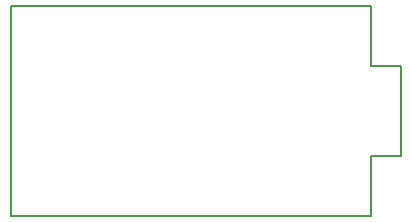
<source format=gbr>
%TF.GenerationSoftware,KiCad,Pcbnew,(5.1.10)-1*%
%TF.CreationDate,2022-08-08T13:21:15-05:00*%
%TF.ProjectId,FM Towns Pico Adapter,464d2054-6f77-46e7-9320-5069636f2041,rev?*%
%TF.SameCoordinates,Original*%
%TF.FileFunction,Legend,Bot*%
%TF.FilePolarity,Positive*%
%FSLAX46Y46*%
G04 Gerber Fmt 4.6, Leading zero omitted, Abs format (unit mm)*
G04 Created by KiCad (PCBNEW (5.1.10)-1) date 2022-08-08 13:21:15*
%MOMM*%
%LPD*%
G01*
G04 APERTURE LIST*
%ADD10C,0.150000*%
G04 APERTURE END LIST*
D10*
%TO.C,U1*%
X43783160Y-157065960D02*
X43783160Y-139285960D01*
X43783160Y-139285960D02*
X74263160Y-139285960D01*
X74263160Y-139285960D02*
X74263160Y-144365960D01*
X74263160Y-144365960D02*
X76803160Y-144365960D01*
X76803160Y-144365960D02*
X76803160Y-151985960D01*
X76803160Y-151985960D02*
X74263160Y-151985960D01*
X74263160Y-151985960D02*
X74263160Y-157065960D01*
X74263160Y-157065960D02*
X43783160Y-157065960D01*
%TD*%
M02*

</source>
